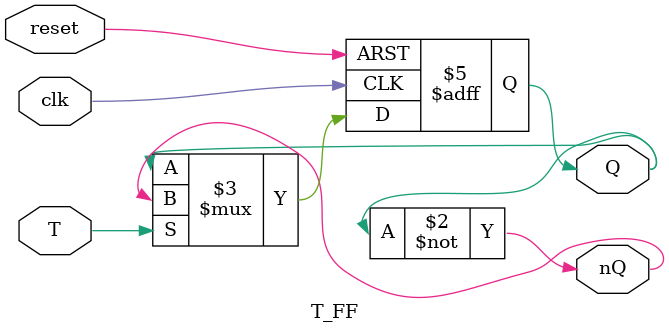
<source format=v>
`timescale 1ns / 1ps


module T_FF( output Q, nQ,
    input T, clk, reset );
    
    reg Q;
    
    always @(posedge clk or posedge reset)
        if(reset) Q <= 0;
        else if(T) Q <= nQ;
        
    assign nQ = ~Q;    
    
endmodule

</source>
